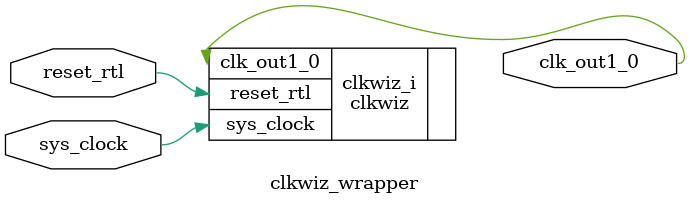
<source format=v>
`timescale 1 ps / 1 ps

module clkwiz_wrapper
   (clk_out1_0,
    reset_rtl,
    sys_clock);
  output clk_out1_0;
  input reset_rtl;
  input sys_clock;

  wire clk_out1_0;
  wire reset_rtl;
  wire sys_clock;

  clkwiz clkwiz_i
       (.clk_out1_0(clk_out1_0),
        .reset_rtl(reset_rtl),
        .sys_clock(sys_clock));
endmodule

</source>
